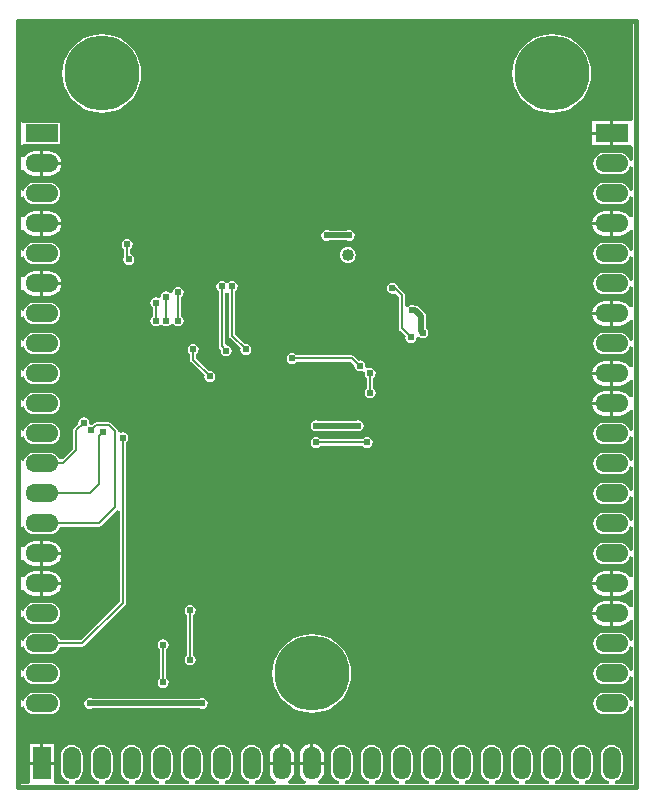
<source format=gbl>
G04 Layer_Physical_Order=2*
G04 Layer_Color=16711680*
%FSLAX25Y25*%
%MOIN*%
G70*
G01*
G75*
%ADD17C,0.00800*%
%ADD19C,0.02000*%
%ADD21C,0.01500*%
%ADD22C,0.25000*%
%ADD23R,0.11000X0.06000*%
%ADD24O,0.11000X0.06000*%
%ADD25R,0.06000X0.11000*%
%ADD26O,0.06000X0.11000*%
%ADD27C,0.02400*%
%ADD28C,0.04000*%
%ADD29C,0.01969*%
%ADD30C,0.02600*%
G36*
X304980Y322801D02*
X304500Y322000D01*
X303980Y322000D01*
X298500D01*
Y318000D01*
Y314000D01*
X303980D01*
X304500Y314000D01*
X304980Y313199D01*
Y309102D01*
X304007Y308940D01*
X303645Y309816D01*
X303067Y310567D01*
X302315Y311145D01*
X301440Y311507D01*
X300500Y311631D01*
X295500D01*
X294560Y311507D01*
X293685Y311145D01*
X292933Y310567D01*
X292355Y309816D01*
X291993Y308940D01*
X291869Y308000D01*
X291993Y307060D01*
X292355Y306185D01*
X292933Y305433D01*
X293685Y304855D01*
X294560Y304493D01*
X295500Y304369D01*
X300500D01*
X301440Y304493D01*
X302315Y304855D01*
X303067Y305433D01*
X303645Y306185D01*
X304007Y307060D01*
X304980Y306898D01*
Y299102D01*
X304007Y298940D01*
X303645Y299816D01*
X303067Y300568D01*
X302315Y301145D01*
X301440Y301507D01*
X300500Y301631D01*
X295500D01*
X294560Y301507D01*
X293685Y301145D01*
X292933Y300568D01*
X292355Y299816D01*
X291993Y298940D01*
X291869Y298000D01*
X291993Y297060D01*
X292355Y296184D01*
X292933Y295432D01*
X293685Y294855D01*
X294560Y294493D01*
X295500Y294369D01*
X300500D01*
X301440Y294493D01*
X302315Y294855D01*
X303067Y295432D01*
X303645Y296184D01*
X304007Y297060D01*
X304980Y296898D01*
Y290249D01*
X304038Y290027D01*
X303980Y290035D01*
X303353Y290853D01*
X302517Y291494D01*
X301544Y291897D01*
X300500Y292035D01*
X298500D01*
Y288000D01*
Y283965D01*
X300500D01*
X301544Y284103D01*
X302517Y284506D01*
X303353Y285147D01*
X303980Y285965D01*
X304038Y285972D01*
X304980Y285751D01*
Y279102D01*
X304007Y278940D01*
X303645Y279816D01*
X303067Y280568D01*
X302315Y281145D01*
X301440Y281507D01*
X300500Y281631D01*
X295500D01*
X294560Y281507D01*
X293685Y281145D01*
X292933Y280568D01*
X292355Y279816D01*
X291993Y278940D01*
X291869Y278000D01*
X291993Y277060D01*
X292355Y276185D01*
X292933Y275432D01*
X293685Y274855D01*
X294560Y274493D01*
X295500Y274369D01*
X300500D01*
X301440Y274493D01*
X302315Y274855D01*
X303067Y275432D01*
X303645Y276185D01*
X304007Y277060D01*
X304980Y276898D01*
Y269102D01*
X304007Y268940D01*
X303645Y269815D01*
X303067Y270567D01*
X302315Y271145D01*
X301440Y271507D01*
X300500Y271631D01*
X295500D01*
X294560Y271507D01*
X293685Y271145D01*
X292933Y270567D01*
X292355Y269815D01*
X291993Y268940D01*
X291869Y268000D01*
X291993Y267060D01*
X292355Y266184D01*
X292933Y265433D01*
X293685Y264855D01*
X294560Y264493D01*
X295500Y264369D01*
X300500D01*
X301440Y264493D01*
X302315Y264855D01*
X303067Y265433D01*
X303645Y266184D01*
X304007Y267060D01*
X304980Y266898D01*
Y260249D01*
X304038Y260028D01*
X303980Y260035D01*
X303353Y260853D01*
X302517Y261494D01*
X301544Y261897D01*
X300500Y262035D01*
X298500D01*
Y258000D01*
Y253965D01*
X300500D01*
X301544Y254103D01*
X302517Y254506D01*
X303353Y255147D01*
X303980Y255965D01*
X304038Y255973D01*
X304980Y255751D01*
Y249102D01*
X304007Y248940D01*
X303645Y249816D01*
X303067Y250568D01*
X302315Y251145D01*
X301440Y251507D01*
X300500Y251631D01*
X295500D01*
X294560Y251507D01*
X293685Y251145D01*
X292933Y250568D01*
X292355Y249816D01*
X291993Y248940D01*
X291869Y248000D01*
X291993Y247060D01*
X292355Y246184D01*
X292933Y245432D01*
X293685Y244855D01*
X294560Y244493D01*
X295500Y244369D01*
X300500D01*
X301440Y244493D01*
X302315Y244855D01*
X303067Y245432D01*
X303645Y246184D01*
X304007Y247060D01*
X304980Y246898D01*
Y240249D01*
X304038Y240027D01*
X303980Y240035D01*
X303353Y240853D01*
X302517Y241494D01*
X301544Y241897D01*
X300500Y242035D01*
X298500D01*
Y238000D01*
Y233965D01*
X300500D01*
X301544Y234103D01*
X302517Y234506D01*
X303353Y235147D01*
X303980Y235965D01*
X304038Y235972D01*
X304980Y235751D01*
Y230249D01*
X304038Y230028D01*
X303980Y230035D01*
X303353Y230853D01*
X302517Y231494D01*
X301544Y231897D01*
X300500Y232034D01*
X298500D01*
Y228000D01*
Y223966D01*
X300500D01*
X301544Y224103D01*
X302517Y224506D01*
X303353Y225147D01*
X303980Y225965D01*
X304038Y225973D01*
X304980Y225751D01*
Y219102D01*
X304007Y218940D01*
X303645Y219815D01*
X303067Y220567D01*
X302315Y221145D01*
X301440Y221507D01*
X300500Y221631D01*
X295500D01*
X294560Y221507D01*
X293685Y221145D01*
X292933Y220567D01*
X292355Y219815D01*
X291993Y218940D01*
X291869Y218000D01*
X291993Y217060D01*
X292355Y216184D01*
X292933Y215433D01*
X293685Y214855D01*
X294560Y214493D01*
X295500Y214369D01*
X300500D01*
X301440Y214493D01*
X302315Y214855D01*
X303067Y215433D01*
X303645Y216184D01*
X304007Y217060D01*
X304980Y216898D01*
Y209102D01*
X304007Y208940D01*
X303645Y209816D01*
X303067Y210567D01*
X302315Y211145D01*
X301440Y211507D01*
X300500Y211631D01*
X295500D01*
X294560Y211507D01*
X293685Y211145D01*
X292933Y210567D01*
X292355Y209816D01*
X291993Y208940D01*
X291869Y208000D01*
X291993Y207060D01*
X292355Y206185D01*
X292933Y205433D01*
X293685Y204855D01*
X294560Y204493D01*
X295500Y204369D01*
X300500D01*
X301440Y204493D01*
X302315Y204855D01*
X303067Y205433D01*
X303645Y206185D01*
X304007Y207060D01*
X304980Y206898D01*
Y199102D01*
X304007Y198940D01*
X303645Y199815D01*
X303067Y200568D01*
X302315Y201145D01*
X301440Y201507D01*
X300500Y201631D01*
X295500D01*
X294560Y201507D01*
X293685Y201145D01*
X292933Y200568D01*
X292355Y199815D01*
X291993Y198940D01*
X291869Y198000D01*
X291993Y197060D01*
X292355Y196185D01*
X292933Y195432D01*
X293685Y194855D01*
X294560Y194493D01*
X295500Y194369D01*
X300500D01*
X301440Y194493D01*
X302315Y194855D01*
X303067Y195432D01*
X303645Y196185D01*
X304007Y197060D01*
X304980Y196898D01*
Y189102D01*
X304007Y188940D01*
X303645Y189815D01*
X303067Y190568D01*
X302315Y191145D01*
X301440Y191507D01*
X300500Y191631D01*
X295500D01*
X294560Y191507D01*
X293685Y191145D01*
X292933Y190568D01*
X292355Y189815D01*
X291993Y188940D01*
X291869Y188000D01*
X291993Y187060D01*
X292355Y186185D01*
X292933Y185432D01*
X293685Y184855D01*
X294560Y184493D01*
X295500Y184369D01*
X300500D01*
X301440Y184493D01*
X302315Y184855D01*
X303067Y185432D01*
X303645Y186185D01*
X304007Y187060D01*
X304980Y186898D01*
Y179102D01*
X304007Y178940D01*
X303645Y179815D01*
X303067Y180568D01*
X302315Y181145D01*
X301440Y181507D01*
X300500Y181631D01*
X295500D01*
X294560Y181507D01*
X293685Y181145D01*
X292933Y180568D01*
X292355Y179815D01*
X291993Y178940D01*
X291869Y178000D01*
X291993Y177060D01*
X292355Y176184D01*
X292933Y175432D01*
X293685Y174855D01*
X294560Y174493D01*
X295500Y174369D01*
X300500D01*
X301440Y174493D01*
X302315Y174855D01*
X303067Y175432D01*
X303645Y176184D01*
X304007Y177060D01*
X304980Y176898D01*
Y170249D01*
X304038Y170027D01*
X303980Y170035D01*
X303353Y170853D01*
X302517Y171494D01*
X301544Y171897D01*
X300500Y172035D01*
X298500D01*
Y168000D01*
Y163965D01*
X300500D01*
X301544Y164103D01*
X302517Y164506D01*
X303353Y165147D01*
X303980Y165965D01*
X304038Y165972D01*
X304980Y165751D01*
Y160249D01*
X304038Y160028D01*
X303980Y160035D01*
X303353Y160853D01*
X302517Y161494D01*
X301544Y161897D01*
X300500Y162034D01*
X298500D01*
Y158000D01*
Y153965D01*
X300500D01*
X301544Y154103D01*
X302517Y154506D01*
X303353Y155147D01*
X303980Y155965D01*
X304038Y155973D01*
X304980Y155751D01*
Y149102D01*
X304007Y148940D01*
X303645Y149815D01*
X303067Y150568D01*
X302315Y151145D01*
X301440Y151507D01*
X300500Y151631D01*
X295500D01*
X294560Y151507D01*
X293685Y151145D01*
X292933Y150568D01*
X292355Y149815D01*
X291993Y148940D01*
X291869Y148000D01*
X291993Y147060D01*
X292355Y146185D01*
X292933Y145432D01*
X293685Y144855D01*
X294560Y144493D01*
X295500Y144369D01*
X300500D01*
X301440Y144493D01*
X302315Y144855D01*
X303067Y145432D01*
X303645Y146185D01*
X304007Y147060D01*
X304980Y146898D01*
Y139102D01*
X304007Y138940D01*
X303645Y139815D01*
X303067Y140568D01*
X302315Y141145D01*
X301440Y141507D01*
X300500Y141631D01*
X295500D01*
X294560Y141507D01*
X293685Y141145D01*
X292933Y140568D01*
X292355Y139815D01*
X291993Y138940D01*
X291869Y138000D01*
X291993Y137060D01*
X292355Y136185D01*
X292933Y135432D01*
X293685Y134855D01*
X294560Y134493D01*
X295500Y134369D01*
X300500D01*
X301440Y134493D01*
X302315Y134855D01*
X303067Y135432D01*
X303645Y136185D01*
X304007Y137060D01*
X304980Y136898D01*
Y129102D01*
X304007Y128940D01*
X303645Y129815D01*
X303067Y130568D01*
X302315Y131145D01*
X301440Y131507D01*
X300500Y131631D01*
X295500D01*
X294560Y131507D01*
X293685Y131145D01*
X292933Y130568D01*
X292355Y129815D01*
X291993Y128940D01*
X291869Y128000D01*
X291993Y127060D01*
X292355Y126184D01*
X292933Y125432D01*
X293685Y124855D01*
X294560Y124493D01*
X295500Y124369D01*
X300500D01*
X301440Y124493D01*
X302315Y124855D01*
X303067Y125432D01*
X303645Y126184D01*
X304007Y127060D01*
X304980Y126898D01*
Y101020D01*
X299102D01*
X298940Y101993D01*
X299816Y102355D01*
X300568Y102932D01*
X301145Y103684D01*
X301507Y104560D01*
X301631Y105500D01*
Y110500D01*
X301507Y111440D01*
X301145Y112315D01*
X300568Y113068D01*
X299816Y113645D01*
X298940Y114007D01*
X298000Y114131D01*
X297060Y114007D01*
X296184Y113645D01*
X295432Y113068D01*
X294855Y112315D01*
X294493Y111440D01*
X294369Y110500D01*
Y105500D01*
X294493Y104560D01*
X294855Y103684D01*
X295432Y102932D01*
X296184Y102355D01*
X297060Y101993D01*
X296898Y101020D01*
X289102D01*
X288940Y101993D01*
X289815Y102355D01*
X290567Y102932D01*
X291145Y103684D01*
X291507Y104560D01*
X291631Y105500D01*
Y110500D01*
X291507Y111440D01*
X291145Y112315D01*
X290567Y113068D01*
X289815Y113645D01*
X288940Y114007D01*
X288000Y114131D01*
X287060Y114007D01*
X286185Y113645D01*
X285433Y113068D01*
X284855Y112315D01*
X284493Y111440D01*
X284369Y110500D01*
Y105500D01*
X284493Y104560D01*
X284855Y103684D01*
X285433Y102932D01*
X286185Y102355D01*
X287060Y101993D01*
X286898Y101020D01*
X279102D01*
X278940Y101993D01*
X279816Y102355D01*
X280568Y102932D01*
X281145Y103684D01*
X281507Y104560D01*
X281631Y105500D01*
Y110500D01*
X281507Y111440D01*
X281145Y112315D01*
X280568Y113068D01*
X279816Y113645D01*
X278940Y114007D01*
X278000Y114131D01*
X277060Y114007D01*
X276185Y113645D01*
X275432Y113068D01*
X274855Y112315D01*
X274493Y111440D01*
X274369Y110500D01*
Y105500D01*
X274493Y104560D01*
X274855Y103684D01*
X275432Y102932D01*
X276185Y102355D01*
X277060Y101993D01*
X276898Y101020D01*
X269102D01*
X268940Y101993D01*
X269815Y102355D01*
X270567Y102932D01*
X271145Y103684D01*
X271507Y104560D01*
X271631Y105500D01*
Y110500D01*
X271507Y111440D01*
X271145Y112315D01*
X270567Y113068D01*
X269815Y113645D01*
X268940Y114007D01*
X268000Y114131D01*
X267060Y114007D01*
X266184Y113645D01*
X265433Y113068D01*
X264855Y112315D01*
X264493Y111440D01*
X264369Y110500D01*
Y105500D01*
X264493Y104560D01*
X264855Y103684D01*
X265433Y102932D01*
X266184Y102355D01*
X267060Y101993D01*
X266898Y101020D01*
X259102D01*
X258940Y101993D01*
X259816Y102355D01*
X260567Y102932D01*
X261145Y103684D01*
X261507Y104560D01*
X261631Y105500D01*
Y110500D01*
X261507Y111440D01*
X261145Y112315D01*
X260567Y113068D01*
X259816Y113645D01*
X258940Y114007D01*
X258000Y114131D01*
X257060Y114007D01*
X256185Y113645D01*
X255433Y113068D01*
X254855Y112315D01*
X254493Y111440D01*
X254369Y110500D01*
Y105500D01*
X254493Y104560D01*
X254855Y103684D01*
X255433Y102932D01*
X256185Y102355D01*
X257060Y101993D01*
X256898Y101020D01*
X249102D01*
X248940Y101993D01*
X249816Y102355D01*
X250568Y102932D01*
X251145Y103684D01*
X251507Y104560D01*
X251631Y105500D01*
Y110500D01*
X251507Y111440D01*
X251145Y112315D01*
X250568Y113068D01*
X249816Y113645D01*
X248940Y114007D01*
X248000Y114131D01*
X247060Y114007D01*
X246184Y113645D01*
X245432Y113068D01*
X244855Y112315D01*
X244493Y111440D01*
X244369Y110500D01*
Y105500D01*
X244493Y104560D01*
X244855Y103684D01*
X245432Y102932D01*
X246184Y102355D01*
X247060Y101993D01*
X246898Y101020D01*
X239102D01*
X238940Y101993D01*
X239815Y102355D01*
X240567Y102932D01*
X241145Y103684D01*
X241507Y104560D01*
X241631Y105500D01*
Y110500D01*
X241507Y111440D01*
X241145Y112315D01*
X240567Y113068D01*
X239815Y113645D01*
X238940Y114007D01*
X238000Y114131D01*
X237060Y114007D01*
X236185Y113645D01*
X235433Y113068D01*
X234855Y112315D01*
X234493Y111440D01*
X234369Y110500D01*
Y105500D01*
X234493Y104560D01*
X234855Y103684D01*
X235433Y102932D01*
X236185Y102355D01*
X237060Y101993D01*
X236898Y101020D01*
X229102D01*
X228940Y101993D01*
X229816Y102355D01*
X230568Y102932D01*
X231145Y103684D01*
X231507Y104560D01*
X231631Y105500D01*
Y110500D01*
X231507Y111440D01*
X231145Y112315D01*
X230568Y113068D01*
X229816Y113645D01*
X228940Y114007D01*
X228000Y114131D01*
X227060Y114007D01*
X226185Y113645D01*
X225432Y113068D01*
X224855Y112315D01*
X224493Y111440D01*
X224369Y110500D01*
Y105500D01*
X224493Y104560D01*
X224855Y103684D01*
X225432Y102932D01*
X226185Y102355D01*
X227060Y101993D01*
X226898Y101020D01*
X219102D01*
X218940Y101993D01*
X219815Y102355D01*
X220567Y102932D01*
X221145Y103684D01*
X221507Y104560D01*
X221631Y105500D01*
Y110500D01*
X221507Y111440D01*
X221145Y112315D01*
X220567Y113068D01*
X219815Y113645D01*
X218940Y114007D01*
X218000Y114131D01*
X217060Y114007D01*
X216184Y113645D01*
X215433Y113068D01*
X214855Y112315D01*
X214493Y111440D01*
X214369Y110500D01*
Y105500D01*
X214493Y104560D01*
X214855Y103684D01*
X215433Y102932D01*
X216184Y102355D01*
X217060Y101993D01*
X216898Y101020D01*
X209102D01*
X208940Y101993D01*
X209816Y102355D01*
X210567Y102932D01*
X211145Y103684D01*
X211507Y104560D01*
X211631Y105500D01*
Y110500D01*
X211507Y111440D01*
X211145Y112315D01*
X210567Y113068D01*
X209816Y113645D01*
X208940Y114007D01*
X208000Y114131D01*
X207060Y114007D01*
X206185Y113645D01*
X205433Y113068D01*
X204855Y112315D01*
X204493Y111440D01*
X204369Y110500D01*
Y105500D01*
X204493Y104560D01*
X204855Y103684D01*
X205433Y102932D01*
X206185Y102355D01*
X207060Y101993D01*
X206898Y101020D01*
X200249D01*
X200027Y101962D01*
X200035Y102020D01*
X200853Y102647D01*
X201494Y103483D01*
X201897Y104456D01*
X202034Y105500D01*
Y107500D01*
X198000D01*
X193965D01*
Y105500D01*
X194103Y104456D01*
X194506Y103483D01*
X195147Y102647D01*
X195965Y102020D01*
X195973Y101962D01*
X195751Y101020D01*
X190249D01*
X190027Y101962D01*
X190035Y102020D01*
X190853Y102647D01*
X191494Y103483D01*
X191897Y104456D01*
X192034Y105500D01*
Y107500D01*
X188000D01*
Y108000D01*
D01*
Y107500D01*
X183966D01*
Y105500D01*
X184103Y104456D01*
X184506Y103483D01*
X185147Y102647D01*
X185965Y102020D01*
X185972Y101962D01*
X185751Y101020D01*
X179102D01*
X178940Y101993D01*
X179815Y102355D01*
X180568Y102932D01*
X181145Y103684D01*
X181507Y104560D01*
X181631Y105500D01*
Y110500D01*
X181507Y111440D01*
X181145Y112315D01*
X180568Y113068D01*
X179815Y113645D01*
X178940Y114007D01*
X178000Y114131D01*
X177060Y114007D01*
X176184Y113645D01*
X175432Y113068D01*
X174855Y112315D01*
X174493Y111440D01*
X174369Y110500D01*
Y105500D01*
X174493Y104560D01*
X174855Y103684D01*
X175432Y102932D01*
X176184Y102355D01*
X177060Y101993D01*
X176898Y101020D01*
X169102D01*
X168940Y101993D01*
X169816Y102355D01*
X170568Y102932D01*
X171145Y103684D01*
X171507Y104560D01*
X171631Y105500D01*
Y110500D01*
X171507Y111440D01*
X171145Y112315D01*
X170568Y113068D01*
X169816Y113645D01*
X168940Y114007D01*
X168000Y114131D01*
X167060Y114007D01*
X166184Y113645D01*
X165432Y113068D01*
X164855Y112315D01*
X164493Y111440D01*
X164369Y110500D01*
Y105500D01*
X164493Y104560D01*
X164855Y103684D01*
X165432Y102932D01*
X166184Y102355D01*
X167060Y101993D01*
X166898Y101020D01*
X159102D01*
X158940Y101993D01*
X159816Y102355D01*
X160568Y102932D01*
X161145Y103684D01*
X161507Y104560D01*
X161631Y105500D01*
Y110500D01*
X161507Y111440D01*
X161145Y112315D01*
X160568Y113068D01*
X159816Y113645D01*
X158940Y114007D01*
X158000Y114131D01*
X157060Y114007D01*
X156184Y113645D01*
X155432Y113068D01*
X154855Y112315D01*
X154493Y111440D01*
X154369Y110500D01*
Y105500D01*
X154493Y104560D01*
X154855Y103684D01*
X155432Y102932D01*
X156184Y102355D01*
X157060Y101993D01*
X156898Y101020D01*
X149102D01*
X148940Y101993D01*
X149815Y102355D01*
X150568Y102932D01*
X151145Y103684D01*
X151507Y104560D01*
X151631Y105500D01*
Y110500D01*
X151507Y111440D01*
X151145Y112315D01*
X150568Y113068D01*
X149815Y113645D01*
X148940Y114007D01*
X148000Y114131D01*
X147060Y114007D01*
X146185Y113645D01*
X145432Y113068D01*
X144855Y112315D01*
X144493Y111440D01*
X144369Y110500D01*
Y105500D01*
X144493Y104560D01*
X144855Y103684D01*
X145432Y102932D01*
X146185Y102355D01*
X147060Y101993D01*
X146898Y101020D01*
X139102D01*
X138940Y101993D01*
X139815Y102355D01*
X140568Y102932D01*
X141145Y103684D01*
X141507Y104560D01*
X141631Y105500D01*
Y110500D01*
X141507Y111440D01*
X141145Y112315D01*
X140568Y113068D01*
X139815Y113645D01*
X138940Y114007D01*
X138000Y114131D01*
X137060Y114007D01*
X136185Y113645D01*
X135432Y113068D01*
X134855Y112315D01*
X134493Y111440D01*
X134369Y110500D01*
Y105500D01*
X134493Y104560D01*
X134855Y103684D01*
X135432Y102932D01*
X136185Y102355D01*
X137060Y101993D01*
X136898Y101020D01*
X129102D01*
X128940Y101993D01*
X129815Y102355D01*
X130568Y102932D01*
X131145Y103684D01*
X131507Y104560D01*
X131631Y105500D01*
Y110500D01*
X131507Y111440D01*
X131145Y112315D01*
X130568Y113068D01*
X129815Y113645D01*
X128940Y114007D01*
X128000Y114131D01*
X127060Y114007D01*
X126184Y113645D01*
X125432Y113068D01*
X124855Y112315D01*
X124493Y111440D01*
X124369Y110500D01*
Y105500D01*
X124493Y104560D01*
X124855Y103684D01*
X125432Y102932D01*
X126184Y102355D01*
X127060Y101993D01*
X126898Y101020D01*
X119102D01*
X118940Y101993D01*
X119816Y102355D01*
X120568Y102932D01*
X121145Y103684D01*
X121507Y104560D01*
X121631Y105500D01*
Y110500D01*
X121507Y111440D01*
X121145Y112315D01*
X120568Y113068D01*
X119816Y113645D01*
X118940Y114007D01*
X118000Y114131D01*
X117060Y114007D01*
X116184Y113645D01*
X115432Y113068D01*
X114855Y112315D01*
X114493Y111440D01*
X114369Y110500D01*
Y105500D01*
X114493Y104560D01*
X114855Y103684D01*
X115432Y102932D01*
X116184Y102355D01*
X117060Y101993D01*
X116898Y101020D01*
X112801D01*
X112000Y101500D01*
X112000Y102020D01*
Y107500D01*
X108000D01*
X104000D01*
Y102020D01*
X104000Y101500D01*
X103199Y101020D01*
X101020D01*
Y126898D01*
X101993Y127060D01*
X102355Y126184D01*
X102932Y125432D01*
X103684Y124855D01*
X104560Y124493D01*
X105500Y124369D01*
X110500D01*
X111440Y124493D01*
X112315Y124855D01*
X113068Y125432D01*
X113645Y126184D01*
X114007Y127060D01*
X114131Y128000D01*
X114007Y128940D01*
X113645Y129815D01*
X113068Y130568D01*
X112315Y131145D01*
X111440Y131507D01*
X110500Y131631D01*
X105500D01*
X104560Y131507D01*
X103684Y131145D01*
X102932Y130568D01*
X102355Y129815D01*
X101993Y128940D01*
X101020Y129102D01*
Y136898D01*
X101993Y137060D01*
X102355Y136185D01*
X102932Y135432D01*
X103684Y134855D01*
X104560Y134493D01*
X105500Y134369D01*
X110500D01*
X111440Y134493D01*
X112315Y134855D01*
X113068Y135432D01*
X113645Y136185D01*
X114007Y137060D01*
X114131Y138000D01*
X114007Y138940D01*
X113645Y139815D01*
X113068Y140568D01*
X112315Y141145D01*
X111440Y141507D01*
X110500Y141631D01*
X105500D01*
X104560Y141507D01*
X103684Y141145D01*
X102932Y140568D01*
X102355Y139815D01*
X101993Y138940D01*
X101020Y139102D01*
Y146898D01*
X101993Y147060D01*
X102355Y146185D01*
X102932Y145432D01*
X103684Y144855D01*
X104560Y144493D01*
X105500Y144369D01*
X110500D01*
X111440Y144493D01*
X112315Y144855D01*
X113068Y145432D01*
X113645Y146185D01*
X113974Y146980D01*
X121500D01*
X121890Y147058D01*
X122221Y147279D01*
X135721Y160779D01*
X135942Y161110D01*
X136020Y161500D01*
Y215016D01*
X136298Y215202D01*
X136696Y215798D01*
X136835Y216500D01*
X136696Y217202D01*
X136298Y217798D01*
X135702Y218196D01*
X135000Y218335D01*
X134520Y218240D01*
X133888Y218530D01*
X133488Y218857D01*
X133442Y219090D01*
X133221Y219421D01*
X131221Y221421D01*
X130890Y221642D01*
X130500Y221720D01*
X126200D01*
X125810Y221642D01*
X125479Y221421D01*
X124828Y220770D01*
X124500Y220835D01*
X123835Y221500D01*
X123696Y222202D01*
X123298Y222798D01*
X122702Y223196D01*
X122000Y223335D01*
X121298Y223196D01*
X120702Y222798D01*
X120304Y222202D01*
X120165Y221500D01*
X120230Y221172D01*
X118779Y219721D01*
X118558Y219390D01*
X118480Y219000D01*
Y212922D01*
X114898Y209340D01*
X113776Y209498D01*
X113645Y209816D01*
X113068Y210567D01*
X112315Y211145D01*
X111440Y211507D01*
X110500Y211631D01*
X105500D01*
X104560Y211507D01*
X103684Y211145D01*
X102932Y210567D01*
X102355Y209816D01*
X101993Y208940D01*
X101020Y209102D01*
Y216898D01*
X101993Y217060D01*
X102355Y216184D01*
X102932Y215433D01*
X103684Y214855D01*
X104560Y214493D01*
X105500Y214369D01*
X110500D01*
X111440Y214493D01*
X112315Y214855D01*
X113068Y215433D01*
X113645Y216184D01*
X114007Y217060D01*
X114131Y218000D01*
X114007Y218940D01*
X113645Y219815D01*
X113068Y220567D01*
X112315Y221145D01*
X111440Y221507D01*
X110500Y221631D01*
X105500D01*
X104560Y221507D01*
X103684Y221145D01*
X102932Y220567D01*
X102355Y219815D01*
X101993Y218940D01*
X101020Y219102D01*
Y226898D01*
X101993Y227060D01*
X102355Y226185D01*
X102932Y225432D01*
X103684Y224855D01*
X104560Y224493D01*
X105500Y224369D01*
X110500D01*
X111440Y224493D01*
X112315Y224855D01*
X113068Y225432D01*
X113645Y226185D01*
X114007Y227060D01*
X114131Y228000D01*
X114007Y228940D01*
X113645Y229816D01*
X113068Y230568D01*
X112315Y231145D01*
X111440Y231507D01*
X110500Y231631D01*
X105500D01*
X104560Y231507D01*
X103684Y231145D01*
X102932Y230568D01*
X102355Y229816D01*
X101993Y228940D01*
X101020Y229102D01*
Y236898D01*
X101993Y237060D01*
X102355Y236185D01*
X102932Y235433D01*
X103684Y234855D01*
X104560Y234493D01*
X105500Y234369D01*
X110500D01*
X111440Y234493D01*
X112315Y234855D01*
X113068Y235433D01*
X113645Y236185D01*
X114007Y237060D01*
X114131Y238000D01*
X114007Y238940D01*
X113645Y239815D01*
X113068Y240567D01*
X112315Y241145D01*
X111440Y241507D01*
X110500Y241631D01*
X105500D01*
X104560Y241507D01*
X103684Y241145D01*
X102932Y240567D01*
X102355Y239815D01*
X101993Y238940D01*
X101020Y239102D01*
Y246898D01*
X101993Y247060D01*
X102355Y246184D01*
X102932Y245432D01*
X103684Y244855D01*
X104560Y244493D01*
X105500Y244369D01*
X110500D01*
X111440Y244493D01*
X112315Y244855D01*
X113068Y245432D01*
X113645Y246184D01*
X114007Y247060D01*
X114131Y248000D01*
X114007Y248940D01*
X113645Y249816D01*
X113068Y250568D01*
X112315Y251145D01*
X111440Y251507D01*
X110500Y251631D01*
X105500D01*
X104560Y251507D01*
X103684Y251145D01*
X102932Y250568D01*
X102355Y249816D01*
X101993Y248940D01*
X101020Y249102D01*
Y256898D01*
X101993Y257060D01*
X102355Y256185D01*
X102932Y255433D01*
X103684Y254855D01*
X104560Y254493D01*
X105500Y254369D01*
X110500D01*
X111440Y254493D01*
X112315Y254855D01*
X113068Y255433D01*
X113645Y256185D01*
X114007Y257060D01*
X114131Y258000D01*
X114007Y258940D01*
X113645Y259816D01*
X113068Y260567D01*
X112315Y261145D01*
X111440Y261507D01*
X110500Y261631D01*
X105500D01*
X104560Y261507D01*
X103684Y261145D01*
X102932Y260567D01*
X102355Y259816D01*
X101993Y258940D01*
X101020Y259102D01*
Y265751D01*
X101962Y265972D01*
X102020Y265965D01*
X102647Y265147D01*
X103483Y264506D01*
X104456Y264103D01*
X105500Y263966D01*
X107500D01*
Y268000D01*
Y272035D01*
X105500D01*
X104456Y271897D01*
X103483Y271494D01*
X102647Y270853D01*
X102020Y270035D01*
X101962Y270027D01*
X101020Y270249D01*
Y276898D01*
X101993Y277060D01*
X102355Y276185D01*
X102932Y275432D01*
X103684Y274855D01*
X104560Y274493D01*
X105500Y274369D01*
X110500D01*
X111440Y274493D01*
X112315Y274855D01*
X113068Y275432D01*
X113645Y276185D01*
X114007Y277060D01*
X114131Y278000D01*
X114007Y278940D01*
X113645Y279816D01*
X113068Y280568D01*
X112315Y281145D01*
X111440Y281507D01*
X110500Y281631D01*
X105500D01*
X104560Y281507D01*
X103684Y281145D01*
X102932Y280568D01*
X102355Y279816D01*
X101993Y278940D01*
X101020Y279102D01*
Y285751D01*
X101962Y285972D01*
X102020Y285965D01*
X102647Y285147D01*
X103483Y284506D01*
X104456Y284103D01*
X105500Y283965D01*
X107500D01*
Y288000D01*
Y292035D01*
X105500D01*
X104456Y291897D01*
X103483Y291494D01*
X102647Y290853D01*
X102020Y290035D01*
X101962Y290027D01*
X101020Y290249D01*
Y296898D01*
X101993Y297060D01*
X102355Y296184D01*
X102932Y295432D01*
X103684Y294855D01*
X104560Y294493D01*
X105500Y294369D01*
X110500D01*
X111440Y294493D01*
X112315Y294855D01*
X113068Y295432D01*
X113645Y296184D01*
X114007Y297060D01*
X114131Y298000D01*
X114007Y298940D01*
X113645Y299816D01*
X113068Y300568D01*
X112315Y301145D01*
X111440Y301507D01*
X110500Y301631D01*
X105500D01*
X104560Y301507D01*
X103684Y301145D01*
X102932Y300568D01*
X102355Y299816D01*
X101993Y298940D01*
X101020Y299102D01*
Y305751D01*
X101962Y305973D01*
X102020Y305965D01*
X102647Y305147D01*
X103483Y304506D01*
X104456Y304103D01*
X105500Y303965D01*
X107500D01*
Y308000D01*
Y312035D01*
X105500D01*
X104456Y311897D01*
X103483Y311494D01*
X102647Y310853D01*
X102020Y310035D01*
X101962Y310028D01*
X101020Y310249D01*
Y314111D01*
X101900Y314400D01*
X102020Y314400D01*
X114100D01*
Y321600D01*
X102020D01*
X101900Y321600D01*
X101020Y321889D01*
Y354481D01*
X304980D01*
Y322801D01*
D02*
G37*
G36*
X133930Y192216D02*
X133980Y192175D01*
Y161922D01*
X121078Y149020D01*
X113974D01*
X113645Y149815D01*
X113068Y150568D01*
X112315Y151145D01*
X111440Y151507D01*
X110500Y151631D01*
X105500D01*
X104560Y151507D01*
X103684Y151145D01*
X102932Y150568D01*
X102355Y149815D01*
X101993Y148940D01*
X101020Y149102D01*
Y156898D01*
X101993Y157060D01*
X102355Y156184D01*
X102932Y155432D01*
X103684Y154855D01*
X104560Y154493D01*
X105500Y154369D01*
X110500D01*
X111440Y154493D01*
X112315Y154855D01*
X113068Y155432D01*
X113645Y156184D01*
X114007Y157060D01*
X114131Y158000D01*
X114007Y158940D01*
X113645Y159816D01*
X113068Y160568D01*
X112315Y161145D01*
X111440Y161507D01*
X110500Y161631D01*
X105500D01*
X104560Y161507D01*
X103684Y161145D01*
X102932Y160568D01*
X102355Y159816D01*
X101993Y158940D01*
X101020Y159102D01*
Y165751D01*
X101962Y165972D01*
X102020Y165965D01*
X102647Y165147D01*
X103483Y164506D01*
X104456Y164103D01*
X105500Y163965D01*
X107500D01*
Y168000D01*
Y172035D01*
X105500D01*
X104456Y171897D01*
X103483Y171494D01*
X102647Y170853D01*
X102020Y170035D01*
X101962Y170027D01*
X101020Y170249D01*
Y175751D01*
X101962Y175972D01*
X102020Y175965D01*
X102647Y175147D01*
X103483Y174506D01*
X104456Y174103D01*
X105500Y173966D01*
X107500D01*
Y178000D01*
Y182035D01*
X105500D01*
X104456Y181897D01*
X103483Y181494D01*
X102647Y180853D01*
X102020Y180035D01*
X101962Y180027D01*
X101020Y180249D01*
Y186898D01*
X101993Y187060D01*
X102355Y186185D01*
X102932Y185432D01*
X103684Y184855D01*
X104560Y184493D01*
X105500Y184369D01*
X110500D01*
X111440Y184493D01*
X112315Y184855D01*
X113068Y185432D01*
X113645Y186185D01*
X113974Y186980D01*
X127000D01*
X127390Y187058D01*
X127721Y187279D01*
X132980Y192538D01*
X133930Y192216D01*
D02*
G37*
%LPC*%
G36*
X297500Y172035D02*
X295500D01*
X294456Y171897D01*
X293483Y171494D01*
X292647Y170853D01*
X292006Y170017D01*
X291603Y169044D01*
X291531Y168500D01*
X297500D01*
Y172035D01*
D02*
G37*
G36*
Y167500D02*
X291531D01*
X291603Y166956D01*
X292006Y165983D01*
X292647Y165147D01*
X293483Y164506D01*
X294456Y164103D01*
X295500Y163965D01*
X297500D01*
Y167500D01*
D02*
G37*
G36*
X216500Y216835D02*
X215798Y216696D01*
X215202Y216298D01*
X215016Y216020D01*
X200984D01*
X200798Y216298D01*
X200202Y216696D01*
X199500Y216835D01*
X198798Y216696D01*
X198202Y216298D01*
X197804Y215702D01*
X197665Y215000D01*
X197804Y214298D01*
X198202Y213702D01*
X198798Y213304D01*
X199500Y213165D01*
X200202Y213304D01*
X200798Y213702D01*
X200984Y213980D01*
X215016D01*
X215202Y213702D01*
X215798Y213304D01*
X216500Y213165D01*
X217202Y213304D01*
X217798Y213702D01*
X218196Y214298D01*
X218335Y215000D01*
X218196Y215702D01*
X217798Y216298D01*
X217202Y216696D01*
X216500Y216835D01*
D02*
G37*
G36*
X213500Y222335D02*
X212798Y222196D01*
X212702Y222131D01*
X200298D01*
X200202Y222196D01*
X199500Y222335D01*
X198798Y222196D01*
X198202Y221798D01*
X197804Y221202D01*
X197665Y220500D01*
X197804Y219798D01*
X198202Y219202D01*
X198798Y218804D01*
X199500Y218665D01*
X200202Y218804D01*
X200298Y218869D01*
X212702D01*
X212798Y218804D01*
X213500Y218665D01*
X214202Y218804D01*
X214798Y219202D01*
X215196Y219798D01*
X215335Y220500D01*
X215196Y221202D01*
X214798Y221798D01*
X214202Y222196D01*
X213500Y222335D01*
D02*
G37*
G36*
X297500Y227500D02*
X291531D01*
X291603Y226956D01*
X292006Y225983D01*
X292647Y225147D01*
X293483Y224506D01*
X294456Y224103D01*
X295500Y223966D01*
X297500D01*
Y227500D01*
D02*
G37*
G36*
Y232034D02*
X295500D01*
X294456Y231897D01*
X293483Y231494D01*
X292647Y230853D01*
X292006Y230017D01*
X291603Y229044D01*
X291531Y228500D01*
X297500D01*
Y232034D01*
D02*
G37*
G36*
Y162034D02*
X295500D01*
X294456Y161897D01*
X293483Y161494D01*
X292647Y160853D01*
X292006Y160017D01*
X291603Y159044D01*
X291531Y158500D01*
X297500D01*
Y162034D01*
D02*
G37*
G36*
X112000Y114500D02*
X108500D01*
Y108500D01*
X112000D01*
Y114500D01*
D02*
G37*
G36*
X188500Y114469D02*
Y108500D01*
X192034D01*
Y110500D01*
X191897Y111544D01*
X191494Y112517D01*
X190853Y113353D01*
X190017Y113994D01*
X189044Y114397D01*
X188500Y114469D01*
D02*
G37*
G36*
X107500Y114500D02*
X104000D01*
Y108500D01*
X107500D01*
Y114500D01*
D02*
G37*
G36*
X187500Y114469D02*
X186956Y114397D01*
X185983Y113994D01*
X185147Y113353D01*
X184506Y112517D01*
X184103Y111544D01*
X183966Y110500D01*
Y108500D01*
X187500D01*
Y114469D01*
D02*
G37*
G36*
X197500D02*
X196956Y114397D01*
X195983Y113994D01*
X195147Y113353D01*
X194506Y112517D01*
X194103Y111544D01*
X193965Y110500D01*
Y108500D01*
X197500D01*
Y114469D01*
D02*
G37*
G36*
X198500D02*
Y108500D01*
X202034D01*
Y110500D01*
X201897Y111544D01*
X201494Y112517D01*
X200853Y113353D01*
X200017Y113994D01*
X199044Y114397D01*
X198500Y114469D01*
D02*
G37*
G36*
X157500Y160835D02*
X156798Y160696D01*
X156202Y160298D01*
X155804Y159702D01*
X155665Y159000D01*
X155804Y158298D01*
X156202Y157702D01*
X156480Y157516D01*
Y143984D01*
X156202Y143798D01*
X155804Y143202D01*
X155665Y142500D01*
X155804Y141798D01*
X156202Y141202D01*
X156798Y140804D01*
X157500Y140665D01*
X158202Y140804D01*
X158798Y141202D01*
X159196Y141798D01*
X159335Y142500D01*
X159196Y143202D01*
X158798Y143798D01*
X158520Y143984D01*
Y157516D01*
X158798Y157702D01*
X159196Y158298D01*
X159335Y159000D01*
X159196Y159702D01*
X158798Y160298D01*
X158202Y160696D01*
X157500Y160835D01*
D02*
G37*
G36*
X297500Y157500D02*
X291531D01*
X291603Y156956D01*
X292006Y155983D01*
X292647Y155147D01*
X293483Y154506D01*
X294456Y154103D01*
X295500Y153965D01*
X297500D01*
Y157500D01*
D02*
G37*
G36*
X148500Y149335D02*
X147798Y149196D01*
X147202Y148798D01*
X146804Y148202D01*
X146665Y147500D01*
X146804Y146798D01*
X147202Y146202D01*
X147480Y146016D01*
Y136484D01*
X147202Y136298D01*
X146804Y135702D01*
X146665Y135000D01*
X146804Y134298D01*
X147202Y133702D01*
X147798Y133304D01*
X148500Y133165D01*
X149202Y133304D01*
X149798Y133702D01*
X150196Y134298D01*
X150335Y135000D01*
X150196Y135702D01*
X149798Y136298D01*
X149520Y136484D01*
Y146016D01*
X149798Y146202D01*
X150196Y146798D01*
X150335Y147500D01*
X150196Y148202D01*
X149798Y148798D01*
X149202Y149196D01*
X148500Y149335D01*
D02*
G37*
G36*
X198000Y151140D02*
X195944Y150979D01*
X193939Y150497D01*
X192034Y149708D01*
X190276Y148631D01*
X188708Y147292D01*
X187369Y145724D01*
X186292Y143966D01*
X185503Y142061D01*
X185021Y140056D01*
X184860Y138000D01*
X185021Y135944D01*
X185503Y133939D01*
X186292Y132034D01*
X187369Y130276D01*
X188708Y128708D01*
X190276Y127369D01*
X192034Y126292D01*
X193939Y125503D01*
X195944Y125021D01*
X198000Y124859D01*
X200056Y125021D01*
X202061Y125503D01*
X203966Y126292D01*
X205724Y127369D01*
X207292Y128708D01*
X208631Y130276D01*
X209708Y132034D01*
X210497Y133939D01*
X210979Y135944D01*
X211140Y138000D01*
X210979Y140056D01*
X210497Y142061D01*
X209708Y143966D01*
X208631Y145724D01*
X207292Y147292D01*
X205724Y148631D01*
X203966Y149708D01*
X202061Y150497D01*
X200056Y150979D01*
X198000Y151140D01*
D02*
G37*
G36*
X161500Y129835D02*
X160798Y129696D01*
X160702Y129631D01*
X124798D01*
X124702Y129696D01*
X124000Y129835D01*
X123298Y129696D01*
X122702Y129298D01*
X122304Y128702D01*
X122165Y128000D01*
X122304Y127298D01*
X122702Y126702D01*
X123298Y126304D01*
X124000Y126165D01*
X124702Y126304D01*
X124798Y126369D01*
X160702D01*
X160798Y126304D01*
X161500Y126165D01*
X162202Y126304D01*
X162798Y126702D01*
X163196Y127298D01*
X163335Y128000D01*
X163196Y128702D01*
X162798Y129298D01*
X162202Y129696D01*
X161500Y129835D01*
D02*
G37*
G36*
X191500Y244835D02*
X190798Y244696D01*
X190202Y244298D01*
X189804Y243702D01*
X189665Y243000D01*
X189804Y242298D01*
X190202Y241702D01*
X190798Y241304D01*
X191500Y241165D01*
X192202Y241304D01*
X192798Y241702D01*
X192984Y241980D01*
X211015D01*
X212167Y240828D01*
X212102Y240500D01*
X212241Y239798D01*
X212639Y239202D01*
X213235Y238804D01*
X213937Y238665D01*
X214639Y238804D01*
X214860Y238952D01*
X215731Y238331D01*
X215665Y238000D01*
X215804Y237298D01*
X216202Y236702D01*
X216480Y236516D01*
Y232984D01*
X216202Y232798D01*
X215804Y232202D01*
X215665Y231500D01*
X215804Y230798D01*
X216202Y230202D01*
X216798Y229804D01*
X217500Y229665D01*
X218202Y229804D01*
X218798Y230202D01*
X219196Y230798D01*
X219335Y231500D01*
X219196Y232202D01*
X218798Y232798D01*
X218520Y232984D01*
Y236516D01*
X218798Y236702D01*
X219196Y237298D01*
X219335Y238000D01*
X219196Y238702D01*
X218798Y239298D01*
X218202Y239696D01*
X217500Y239835D01*
X216798Y239696D01*
X216577Y239548D01*
X215706Y240169D01*
X215772Y240500D01*
X215633Y241202D01*
X215235Y241798D01*
X214639Y242196D01*
X213937Y242335D01*
X213609Y242270D01*
X212158Y243721D01*
X211827Y243942D01*
X211437Y244020D01*
X192984D01*
X192798Y244298D01*
X192202Y244696D01*
X191500Y244835D01*
D02*
G37*
G36*
X110500Y292035D02*
X108500D01*
Y288500D01*
X114469D01*
X114397Y289044D01*
X113994Y290017D01*
X113353Y290853D01*
X112517Y291494D01*
X111544Y291897D01*
X110500Y292035D01*
D02*
G37*
G36*
X297500D02*
X295500D01*
X294456Y291897D01*
X293483Y291494D01*
X292647Y290853D01*
X292006Y290017D01*
X291603Y289044D01*
X291531Y288500D01*
X297500D01*
Y292035D01*
D02*
G37*
G36*
X210500Y285835D02*
X209798Y285696D01*
X209702Y285631D01*
X203798D01*
X203702Y285696D01*
X203000Y285835D01*
X202298Y285696D01*
X201702Y285298D01*
X201304Y284702D01*
X201165Y284000D01*
X201304Y283298D01*
X201702Y282702D01*
X202298Y282304D01*
X203000Y282165D01*
X203702Y282304D01*
X203798Y282369D01*
X209702D01*
X209798Y282304D01*
X210500Y282165D01*
X211202Y282304D01*
X211798Y282702D01*
X212196Y283298D01*
X212335Y284000D01*
X212196Y284702D01*
X211798Y285298D01*
X211202Y285696D01*
X210500Y285835D01*
D02*
G37*
G36*
X114469Y287500D02*
X108500D01*
Y283965D01*
X110500D01*
X111544Y284103D01*
X112517Y284506D01*
X113353Y285147D01*
X113994Y285983D01*
X114397Y286956D01*
X114469Y287500D01*
D02*
G37*
G36*
X297500D02*
X291531D01*
X291603Y286956D01*
X292006Y285983D01*
X292647Y285147D01*
X293483Y284506D01*
X294456Y284103D01*
X295500Y283965D01*
X297500D01*
Y287500D01*
D02*
G37*
G36*
X114469Y307500D02*
X108500D01*
Y303965D01*
X110500D01*
X111544Y304103D01*
X112517Y304506D01*
X113353Y305147D01*
X113994Y305983D01*
X114397Y306956D01*
X114469Y307500D01*
D02*
G37*
G36*
X128000Y351140D02*
X125944Y350979D01*
X123939Y350497D01*
X122034Y349708D01*
X120276Y348631D01*
X118708Y347292D01*
X117369Y345724D01*
X116292Y343966D01*
X115503Y342061D01*
X115021Y340056D01*
X114859Y338000D01*
X115021Y335944D01*
X115503Y333939D01*
X116292Y332034D01*
X117369Y330276D01*
X118708Y328708D01*
X120276Y327369D01*
X122034Y326292D01*
X123939Y325503D01*
X125944Y325021D01*
X128000Y324859D01*
X130056Y325021D01*
X132061Y325503D01*
X133966Y326292D01*
X135724Y327369D01*
X137292Y328708D01*
X138631Y330276D01*
X139708Y332034D01*
X140497Y333939D01*
X140979Y335944D01*
X141140Y338000D01*
X140979Y340056D01*
X140497Y342061D01*
X139708Y343966D01*
X138631Y345724D01*
X137292Y347292D01*
X135724Y348631D01*
X133966Y349708D01*
X132061Y350497D01*
X130056Y350979D01*
X128000Y351140D01*
D02*
G37*
G36*
X278000D02*
X275944Y350979D01*
X273939Y350497D01*
X272034Y349708D01*
X270276Y348631D01*
X268708Y347292D01*
X267369Y345724D01*
X266292Y343966D01*
X265503Y342061D01*
X265021Y340056D01*
X264860Y338000D01*
X265021Y335944D01*
X265503Y333939D01*
X266292Y332034D01*
X267369Y330276D01*
X268708Y328708D01*
X270276Y327369D01*
X272034Y326292D01*
X273939Y325503D01*
X275944Y325021D01*
X278000Y324859D01*
X280056Y325021D01*
X282061Y325503D01*
X283966Y326292D01*
X285724Y327369D01*
X287292Y328708D01*
X288631Y330276D01*
X289708Y332034D01*
X290497Y333939D01*
X290979Y335944D01*
X291141Y338000D01*
X290979Y340056D01*
X290497Y342061D01*
X289708Y343966D01*
X288631Y345724D01*
X287292Y347292D01*
X285724Y348631D01*
X283966Y349708D01*
X282061Y350497D01*
X280056Y350979D01*
X278000Y351140D01*
D02*
G37*
G36*
X297500Y322000D02*
X291500D01*
Y318500D01*
X297500D01*
Y322000D01*
D02*
G37*
G36*
X110500Y312035D02*
X108500D01*
Y308500D01*
X114469D01*
X114397Y309044D01*
X113994Y310017D01*
X113353Y310853D01*
X112517Y311494D01*
X111544Y311897D01*
X110500Y312035D01*
D02*
G37*
G36*
X297500Y317500D02*
X291500D01*
Y314000D01*
X297500D01*
Y317500D01*
D02*
G37*
G36*
X210000Y280122D02*
X209321Y280033D01*
X208689Y279771D01*
X208146Y279354D01*
X207729Y278811D01*
X207467Y278179D01*
X207378Y277500D01*
X207467Y276821D01*
X207729Y276189D01*
X208146Y275646D01*
X208689Y275229D01*
X209321Y274967D01*
X210000Y274878D01*
X210679Y274967D01*
X211311Y275229D01*
X211854Y275646D01*
X212271Y276189D01*
X212533Y276821D01*
X212622Y277500D01*
X212533Y278179D01*
X212271Y278811D01*
X211854Y279354D01*
X211311Y279771D01*
X210679Y280033D01*
X210000Y280122D01*
D02*
G37*
G36*
X224866Y268201D02*
X224164Y268062D01*
X223568Y267664D01*
X223171Y267069D01*
X223031Y266366D01*
X223171Y265664D01*
X223568Y265068D01*
X224164Y264671D01*
X224866Y264531D01*
X225569Y264671D01*
X225760Y264798D01*
X226980Y263578D01*
Y253000D01*
X227058Y252610D01*
X227279Y252279D01*
X229230Y250328D01*
X229165Y250000D01*
X229304Y249298D01*
X229702Y248702D01*
X230298Y248304D01*
X231000Y248165D01*
X231702Y248304D01*
X232298Y248702D01*
X232696Y249298D01*
X232789Y249769D01*
X233441Y250078D01*
X233473Y250088D01*
X233804Y250134D01*
X234298Y249804D01*
X235000Y249665D01*
X235702Y249804D01*
X236298Y250202D01*
X236696Y250798D01*
X236835Y251500D01*
X236696Y252202D01*
X236298Y252798D01*
X236131Y252909D01*
Y257000D01*
X236007Y257624D01*
X235653Y258154D01*
X233653Y260154D01*
X233124Y260507D01*
X232500Y260631D01*
X232298D01*
X232202Y260696D01*
X231500Y260835D01*
X230798Y260696D01*
X230202Y260298D01*
X230020Y260024D01*
X229020Y260328D01*
Y264000D01*
X228942Y264390D01*
X228721Y264721D01*
X226608Y266833D01*
X226562Y267069D01*
X226164Y267664D01*
X225569Y268062D01*
X224866Y268201D01*
D02*
G37*
G36*
X297500Y257500D02*
X291531D01*
X291603Y256956D01*
X292006Y255983D01*
X292647Y255147D01*
X293483Y254506D01*
X294456Y254103D01*
X295500Y253965D01*
X297500D01*
Y257500D01*
D02*
G37*
G36*
Y242035D02*
X295500D01*
X294456Y241897D01*
X293483Y241494D01*
X292647Y240853D01*
X292006Y240017D01*
X291603Y239044D01*
X291531Y238500D01*
X297500D01*
Y242035D01*
D02*
G37*
G36*
Y237500D02*
X291531D01*
X291603Y236956D01*
X292006Y235983D01*
X292647Y235147D01*
X293483Y234506D01*
X294456Y234103D01*
X295500Y233965D01*
X297500D01*
Y237500D01*
D02*
G37*
G36*
X158500Y247835D02*
X157798Y247696D01*
X157202Y247298D01*
X156804Y246702D01*
X156665Y246000D01*
X156804Y245298D01*
X157202Y244702D01*
X157480Y244516D01*
Y242500D01*
X157558Y242110D01*
X157779Y241779D01*
X162230Y237328D01*
X162165Y237000D01*
X162304Y236298D01*
X162702Y235702D01*
X163298Y235304D01*
X164000Y235165D01*
X164702Y235304D01*
X165298Y235702D01*
X165696Y236298D01*
X165835Y237000D01*
X165696Y237702D01*
X165298Y238298D01*
X164702Y238696D01*
X164000Y238835D01*
X163672Y238770D01*
X159520Y242922D01*
Y244516D01*
X159798Y244702D01*
X160196Y245298D01*
X160335Y246000D01*
X160196Y246702D01*
X159798Y247298D01*
X159202Y247696D01*
X158500Y247835D01*
D02*
G37*
G36*
X297500Y262035D02*
X295500D01*
X294456Y261897D01*
X293483Y261494D01*
X292647Y260853D01*
X292006Y260017D01*
X291603Y259044D01*
X291531Y258500D01*
X297500D01*
Y262035D01*
D02*
G37*
G36*
X110500Y272035D02*
X108500D01*
Y268500D01*
X114469D01*
X114397Y269044D01*
X113994Y270017D01*
X113353Y270853D01*
X112517Y271494D01*
X111544Y271897D01*
X110500Y272035D01*
D02*
G37*
G36*
X136500Y282835D02*
X135798Y282696D01*
X135202Y282298D01*
X134804Y281702D01*
X134665Y281000D01*
X134804Y280298D01*
X135202Y279702D01*
X135480Y279516D01*
Y276966D01*
X135304Y276702D01*
X135165Y276000D01*
X135304Y275298D01*
X135702Y274702D01*
X136298Y274304D01*
X137000Y274165D01*
X137702Y274304D01*
X138298Y274702D01*
X138696Y275298D01*
X138835Y276000D01*
X138696Y276702D01*
X138298Y277298D01*
X137702Y277696D01*
X137520Y277732D01*
Y279516D01*
X137798Y279702D01*
X138196Y280298D01*
X138335Y281000D01*
X138196Y281702D01*
X137798Y282298D01*
X137202Y282696D01*
X136500Y282835D01*
D02*
G37*
G36*
X171500Y268835D02*
X170798Y268696D01*
X170202Y268298D01*
X169298D01*
X168702Y268696D01*
X168000Y268835D01*
X167298Y268696D01*
X166702Y268298D01*
X166304Y267702D01*
X166165Y267000D01*
X166304Y266298D01*
X166702Y265702D01*
X166980Y265516D01*
Y247000D01*
X167058Y246610D01*
X167279Y246279D01*
X167730Y245828D01*
X167665Y245500D01*
X167804Y244798D01*
X168202Y244202D01*
X168798Y243804D01*
X169500Y243665D01*
X170202Y243804D01*
X170798Y244202D01*
X171196Y244798D01*
X171335Y245500D01*
X171196Y246202D01*
X170798Y246798D01*
X170202Y247196D01*
X169500Y247335D01*
X169020Y248259D01*
Y264832D01*
X170020Y265259D01*
X170480Y264818D01*
Y250500D01*
X170558Y250110D01*
X170779Y249779D01*
X174230Y246328D01*
X174165Y246000D01*
X174304Y245298D01*
X174702Y244702D01*
X175298Y244304D01*
X176000Y244165D01*
X176702Y244304D01*
X177298Y244702D01*
X177696Y245298D01*
X177835Y246000D01*
X177696Y246702D01*
X177298Y247298D01*
X176702Y247696D01*
X176000Y247835D01*
X175672Y247770D01*
X172520Y250922D01*
Y265516D01*
X172798Y265702D01*
X173196Y266298D01*
X173335Y267000D01*
X173196Y267702D01*
X172798Y268298D01*
X172202Y268696D01*
X171500Y268835D01*
D02*
G37*
G36*
X114469Y267500D02*
X108500D01*
Y263966D01*
X110500D01*
X111544Y264103D01*
X112517Y264506D01*
X113353Y265147D01*
X113994Y265983D01*
X114397Y266956D01*
X114469Y267500D01*
D02*
G37*
G36*
X153500Y266835D02*
X152798Y266696D01*
X152202Y266298D01*
X151804Y265702D01*
X151711Y265231D01*
X151059Y264922D01*
X151027Y264912D01*
X150696Y264866D01*
X150202Y265196D01*
X149500Y265335D01*
X148798Y265196D01*
X148202Y264798D01*
X147804Y264202D01*
X147710Y263725D01*
X147066Y263308D01*
X146706Y263193D01*
X146702Y263196D01*
X146000Y263335D01*
X145298Y263196D01*
X144702Y262798D01*
X144304Y262202D01*
X144165Y261500D01*
X144304Y260798D01*
X144702Y260202D01*
X144980Y260016D01*
Y256984D01*
X144702Y256798D01*
X144304Y256202D01*
X144165Y255500D01*
X144304Y254798D01*
X144702Y254202D01*
X145298Y253804D01*
X146000Y253665D01*
X146702Y253804D01*
X147298Y254202D01*
X148202D01*
X148798Y253804D01*
X149500Y253665D01*
X150202Y253804D01*
X150798Y254202D01*
X150939Y254414D01*
X152061D01*
X152202Y254202D01*
X152798Y253804D01*
X153500Y253665D01*
X154202Y253804D01*
X154798Y254202D01*
X155196Y254798D01*
X155335Y255500D01*
X155196Y256202D01*
X154798Y256798D01*
X154520Y256984D01*
Y263516D01*
X154798Y263702D01*
X155196Y264298D01*
X155335Y265000D01*
X155196Y265702D01*
X154798Y266298D01*
X154202Y266696D01*
X153500Y266835D01*
D02*
G37*
G36*
X114469Y177500D02*
X108500D01*
Y173966D01*
X110500D01*
X111544Y174103D01*
X112517Y174506D01*
X113353Y175147D01*
X113994Y175983D01*
X114397Y176956D01*
X114469Y177500D01*
D02*
G37*
G36*
X110500Y172035D02*
X108500D01*
Y168500D01*
X114469D01*
X114397Y169044D01*
X113994Y170017D01*
X113353Y170853D01*
X112517Y171494D01*
X111544Y171897D01*
X110500Y172035D01*
D02*
G37*
G36*
X114469Y167500D02*
X108500D01*
Y163965D01*
X110500D01*
X111544Y164103D01*
X112517Y164506D01*
X113353Y165147D01*
X113994Y165983D01*
X114397Y166956D01*
X114469Y167500D01*
D02*
G37*
G36*
X110500Y182035D02*
X108500D01*
Y178500D01*
X114469D01*
X114397Y179044D01*
X113994Y180017D01*
X113353Y180853D01*
X112517Y181494D01*
X111544Y181897D01*
X110500Y182035D01*
D02*
G37*
%LPD*%
D17*
X158500Y242500D02*
Y246000D01*
Y242500D02*
X164000Y237000D01*
X191500Y243000D02*
X211437D01*
X190905D02*
X191500D01*
X171500Y250500D02*
X176000Y246000D01*
X108000Y148000D02*
X121500D01*
X135000Y161500D01*
Y216500D01*
X168000Y247000D02*
X169500Y245500D01*
X168000Y247000D02*
Y267000D01*
X136500Y276500D02*
X137000Y276000D01*
X136500Y276500D02*
Y281000D01*
X211437Y243000D02*
X213937Y240500D01*
X149500Y255500D02*
Y263500D01*
X146000Y255500D02*
Y261500D01*
X108000Y188000D02*
X127000D01*
X132500Y193500D01*
Y218700D01*
X130500Y220700D02*
X132500Y218700D01*
X126200Y220700D02*
X130500D01*
X124500Y219000D02*
X126200Y220700D01*
X127000Y217000D02*
X128500Y218500D01*
X127000Y201000D02*
Y217000D01*
X124000Y198000D02*
X127000Y201000D01*
X108000Y198000D02*
X124000D01*
X119500Y219000D02*
X122000Y221500D01*
X119500Y212500D02*
Y219000D01*
X115000Y208000D02*
X119500Y212500D01*
X108000Y208000D02*
X115000D01*
X171500Y250500D02*
Y267000D01*
X148500Y135000D02*
Y147500D01*
X217500Y231500D02*
Y238000D01*
X157500Y142500D02*
Y159000D01*
X153500Y255500D02*
Y265000D01*
X224866Y266366D02*
X225232Y266000D01*
X228000Y253000D02*
X231000Y250000D01*
X228000Y253000D02*
Y264000D01*
X225232Y266000D02*
Y266768D01*
X228000Y264000D01*
X199500Y215000D02*
X216500D01*
D19*
X203000Y284000D02*
X210500D01*
X234500Y252000D02*
X235000Y251500D01*
X234500Y252000D02*
Y257000D01*
X232500Y259000D02*
X234500Y257000D01*
X231500Y259000D02*
X232500D01*
X199500Y220500D02*
X213500D01*
X124000Y128000D02*
X161500D01*
D21*
X100000Y355500D02*
X102500D01*
X100000Y100000D02*
Y355500D01*
X102500D02*
X112500D01*
X161500D01*
X306000D01*
Y100000D02*
Y355500D01*
X100000Y100000D02*
X306000D01*
D22*
X198000Y138000D02*
D03*
X128000Y338000D02*
D03*
X278000D02*
D03*
D23*
X108000Y318000D02*
D03*
X298000D02*
D03*
D24*
X108000Y308000D02*
D03*
Y298000D02*
D03*
Y288000D02*
D03*
Y278000D02*
D03*
Y268000D02*
D03*
Y258000D02*
D03*
Y248000D02*
D03*
Y238000D02*
D03*
Y228000D02*
D03*
Y218000D02*
D03*
Y208000D02*
D03*
Y198000D02*
D03*
Y188000D02*
D03*
Y178000D02*
D03*
Y168000D02*
D03*
Y158000D02*
D03*
Y148000D02*
D03*
Y138000D02*
D03*
Y128000D02*
D03*
X298000Y308000D02*
D03*
Y298000D02*
D03*
Y288000D02*
D03*
Y278000D02*
D03*
Y268000D02*
D03*
Y258000D02*
D03*
Y248000D02*
D03*
Y238000D02*
D03*
Y228000D02*
D03*
Y218000D02*
D03*
Y208000D02*
D03*
Y198000D02*
D03*
Y188000D02*
D03*
Y178000D02*
D03*
Y168000D02*
D03*
Y158000D02*
D03*
Y148000D02*
D03*
Y138000D02*
D03*
Y128000D02*
D03*
D25*
X108000Y108000D02*
D03*
D26*
X118000D02*
D03*
X128000D02*
D03*
X138000D02*
D03*
X148000D02*
D03*
X158000D02*
D03*
X168000D02*
D03*
X178000D02*
D03*
X188000D02*
D03*
X198000D02*
D03*
X208000D02*
D03*
X218000D02*
D03*
X228000D02*
D03*
X238000D02*
D03*
X248000D02*
D03*
X258000D02*
D03*
X268000D02*
D03*
X278000D02*
D03*
X288000D02*
D03*
X298000D02*
D03*
D27*
X280000Y320000D02*
D03*
Y280000D02*
D03*
X290000Y260000D02*
D03*
X280000Y240000D02*
D03*
Y200000D02*
D03*
X290000Y180000D02*
D03*
X280000Y160000D02*
D03*
X290000Y140000D02*
D03*
X280000Y120000D02*
D03*
X260000Y320000D02*
D03*
Y280000D02*
D03*
X270000Y260000D02*
D03*
X260000Y240000D02*
D03*
X270000Y220000D02*
D03*
X260000Y200000D02*
D03*
X270000Y180000D02*
D03*
X260000Y160000D02*
D03*
X270000Y140000D02*
D03*
X260000Y120000D02*
D03*
X250000Y340000D02*
D03*
X240000Y320000D02*
D03*
X250000Y260000D02*
D03*
X240000Y240000D02*
D03*
X250000Y220000D02*
D03*
X240000Y200000D02*
D03*
X250000Y180000D02*
D03*
X240000Y160000D02*
D03*
X250000Y140000D02*
D03*
X240000Y120000D02*
D03*
X230000Y340000D02*
D03*
X220000Y320000D02*
D03*
X230000Y300000D02*
D03*
Y180000D02*
D03*
X220000Y160000D02*
D03*
X230000Y140000D02*
D03*
X220000Y120000D02*
D03*
X210000Y340000D02*
D03*
X200000Y320000D02*
D03*
Y120000D02*
D03*
X190000Y340000D02*
D03*
X180000Y320000D02*
D03*
Y240000D02*
D03*
Y200000D02*
D03*
X190000Y180000D02*
D03*
X180000Y120000D02*
D03*
X170000Y340000D02*
D03*
X160000Y320000D02*
D03*
X170000Y220000D02*
D03*
X160000Y200000D02*
D03*
X170000Y180000D02*
D03*
Y140000D02*
D03*
X160000Y120000D02*
D03*
X150000Y340000D02*
D03*
X140000Y320000D02*
D03*
X150000Y220000D02*
D03*
X140000Y200000D02*
D03*
X150000Y180000D02*
D03*
X140000Y160000D02*
D03*
X120000Y320000D02*
D03*
X130000Y180000D02*
D03*
X120000Y160000D02*
D03*
X130000Y140000D02*
D03*
X158500Y246000D02*
D03*
X164000Y237000D02*
D03*
X191500Y243000D02*
D03*
X176000Y246000D02*
D03*
X135000Y216500D02*
D03*
X169500Y245500D02*
D03*
X168000Y267000D02*
D03*
X137000Y276000D02*
D03*
X136500Y281000D02*
D03*
X213937Y240500D02*
D03*
X149500Y255500D02*
D03*
X146000Y261500D02*
D03*
Y255500D02*
D03*
X149500Y263500D02*
D03*
X128500Y218500D02*
D03*
X124500Y219000D02*
D03*
X122000Y221500D02*
D03*
X210500Y284000D02*
D03*
X217500Y238000D02*
D03*
X148500Y147500D02*
D03*
Y135000D02*
D03*
X217500Y231500D02*
D03*
X157500Y159000D02*
D03*
Y142500D02*
D03*
X153500Y255500D02*
D03*
Y265000D02*
D03*
X224866Y266366D02*
D03*
X231000Y250000D02*
D03*
X199500Y215000D02*
D03*
X171500Y267000D02*
D03*
X231500Y259000D02*
D03*
X235000Y251500D02*
D03*
X199500Y220500D02*
D03*
X213500D02*
D03*
X216500Y215000D02*
D03*
X124000Y128000D02*
D03*
X161500D02*
D03*
X278500Y228000D02*
D03*
X203000Y284000D02*
D03*
D28*
X210000Y277500D02*
D03*
X215000D02*
D03*
D29*
X213543Y251012D02*
D03*
X209213D02*
D03*
X204882D02*
D03*
X200551D02*
D03*
X213543Y255343D02*
D03*
X209213D02*
D03*
X204882D02*
D03*
X200551D02*
D03*
X213543Y259673D02*
D03*
X209213D02*
D03*
X204882D02*
D03*
X200551D02*
D03*
X213543Y264004D02*
D03*
X209213D02*
D03*
X204882D02*
D03*
X200551D02*
D03*
D30*
X198000Y294000D02*
D03*
X229000Y281500D02*
D03*
X256500Y278000D02*
D03*
Y270500D02*
D03*
X192228Y226847D02*
D03*
M02*

</source>
